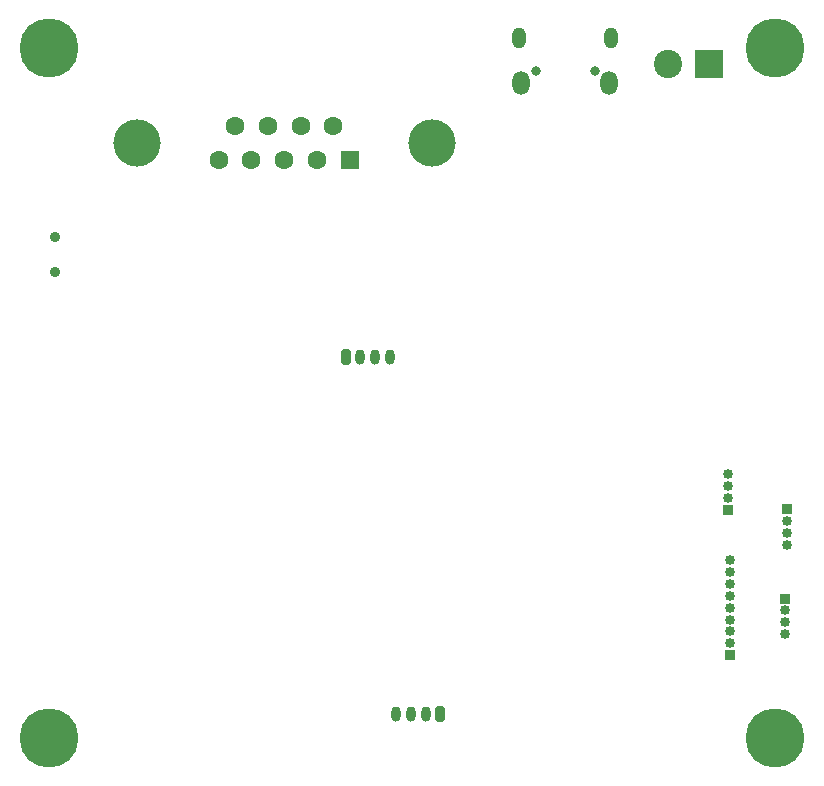
<source format=gbr>
%TF.GenerationSoftware,KiCad,Pcbnew,(6.0.1)*%
%TF.CreationDate,2022-05-20T13:38:49+06:30*%
%TF.ProjectId,STM32_Com_Buck,53544d33-325f-4436-9f6d-5f4275636b2e,v1.0*%
%TF.SameCoordinates,Original*%
%TF.FileFunction,Soldermask,Bot*%
%TF.FilePolarity,Negative*%
%FSLAX46Y46*%
G04 Gerber Fmt 4.6, Leading zero omitted, Abs format (unit mm)*
G04 Created by KiCad (PCBNEW (6.0.1)) date 2022-05-20 13:38:49*
%MOMM*%
%LPD*%
G01*
G04 APERTURE LIST*
G04 Aperture macros list*
%AMRoundRect*
0 Rectangle with rounded corners*
0 $1 Rounding radius*
0 $2 $3 $4 $5 $6 $7 $8 $9 X,Y pos of 4 corners*
0 Add a 4 corners polygon primitive as box body*
4,1,4,$2,$3,$4,$5,$6,$7,$8,$9,$2,$3,0*
0 Add four circle primitives for the rounded corners*
1,1,$1+$1,$2,$3*
1,1,$1+$1,$4,$5*
1,1,$1+$1,$6,$7*
1,1,$1+$1,$8,$9*
0 Add four rect primitives between the rounded corners*
20,1,$1+$1,$2,$3,$4,$5,0*
20,1,$1+$1,$4,$5,$6,$7,0*
20,1,$1+$1,$6,$7,$8,$9,0*
20,1,$1+$1,$8,$9,$2,$3,0*%
G04 Aperture macros list end*
%ADD10C,0.900000*%
%ADD11C,0.800000*%
%ADD12C,5.000000*%
%ADD13O,0.800000X0.800000*%
%ADD14O,1.150000X1.800000*%
%ADD15O,1.450000X2.000000*%
%ADD16RoundRect,0.200000X0.200000X0.450000X-0.200000X0.450000X-0.200000X-0.450000X0.200000X-0.450000X0*%
%ADD17O,0.800000X1.300000*%
%ADD18R,0.850000X0.850000*%
%ADD19O,0.850000X0.850000*%
%ADD20R,2.400000X2.400000*%
%ADD21C,2.400000*%
%ADD22C,4.000000*%
%ADD23R,1.600000X1.600000*%
%ADD24C,1.600000*%
%ADD25RoundRect,0.200000X-0.200000X-0.450000X0.200000X-0.450000X0.200000X0.450000X-0.200000X0.450000X0*%
G04 APERTURE END LIST*
D10*
%TO.C,SW1*%
X157505600Y-34314000D03*
X157505600Y-37314000D03*
%TD*%
D11*
%TO.C,H3*%
X156972000Y-74833000D03*
D12*
X156972000Y-76708000D03*
D11*
X158847000Y-76708000D03*
X158297825Y-75382175D03*
X156972000Y-78583000D03*
X155097000Y-76708000D03*
X158297825Y-78033825D03*
X155646175Y-75382175D03*
X155646175Y-78033825D03*
%TD*%
%TO.C,H1*%
X217114175Y-78033825D03*
X218440000Y-78583000D03*
X219765825Y-75382175D03*
D12*
X218440000Y-76708000D03*
D11*
X219765825Y-78033825D03*
X218440000Y-74833000D03*
X216565000Y-76708000D03*
X217114175Y-75382175D03*
X220315000Y-76708000D03*
%TD*%
D13*
%TO.C,J2*%
X198165000Y-20249400D03*
X203165000Y-20249400D03*
D14*
X204540000Y-17499400D03*
D15*
X204390000Y-21299400D03*
X196940000Y-21299400D03*
D14*
X196790000Y-17499400D03*
%TD*%
D16*
%TO.C,J9*%
X190089000Y-74683200D03*
D17*
X188839000Y-74683200D03*
X187589000Y-74683200D03*
X186339000Y-74683200D03*
%TD*%
D11*
%TO.C,H4*%
X158847000Y-18288000D03*
X156972000Y-16413000D03*
D12*
X156972000Y-18288000D03*
D11*
X155097000Y-18288000D03*
X158297825Y-19613825D03*
X155646175Y-16962175D03*
X155646175Y-19613825D03*
X158297825Y-16962175D03*
X156972000Y-20163000D03*
%TD*%
D18*
%TO.C,J11*%
X214412000Y-57385200D03*
D19*
X214412000Y-56385200D03*
X214412000Y-55385200D03*
X214412000Y-54385200D03*
%TD*%
D11*
%TO.C,H2*%
X216565000Y-18288000D03*
X218440000Y-16413000D03*
X219765825Y-19613825D03*
X218440000Y-20163000D03*
D12*
X218440000Y-18288000D03*
D11*
X217114175Y-19613825D03*
X217114175Y-16962175D03*
X220315000Y-18288000D03*
X219765825Y-16962175D03*
%TD*%
D20*
%TO.C,J3*%
X212852000Y-19648400D03*
D21*
X209352000Y-19648400D03*
%TD*%
D18*
%TO.C,J12*%
X214579200Y-69697600D03*
D19*
X214579200Y-68697600D03*
X214579200Y-67697600D03*
X214579200Y-66697600D03*
X214579200Y-65697600D03*
X214579200Y-64697600D03*
X214579200Y-63697600D03*
X214579200Y-62697600D03*
X214579200Y-61697600D03*
%TD*%
D18*
%TO.C,J15*%
X219456000Y-57350400D03*
D19*
X219456000Y-58350400D03*
X219456000Y-59350400D03*
X219456000Y-60350400D03*
%TD*%
D22*
%TO.C,J1*%
X164372200Y-26362800D03*
X189372200Y-26362800D03*
D23*
X182412200Y-27782800D03*
D24*
X179642200Y-27782800D03*
X176872200Y-27782800D03*
X174102200Y-27782800D03*
X171332200Y-27782800D03*
X181027200Y-24942800D03*
X178257200Y-24942800D03*
X175487200Y-24942800D03*
X172717200Y-24942800D03*
%TD*%
D18*
%TO.C,J14*%
X219252800Y-64919600D03*
D19*
X219252800Y-65919600D03*
X219252800Y-66919600D03*
X219252800Y-67919600D03*
%TD*%
D25*
%TO.C,J10*%
X182071800Y-44442800D03*
D17*
X183321800Y-44442800D03*
X184571800Y-44442800D03*
X185821800Y-44442800D03*
%TD*%
M02*

</source>
